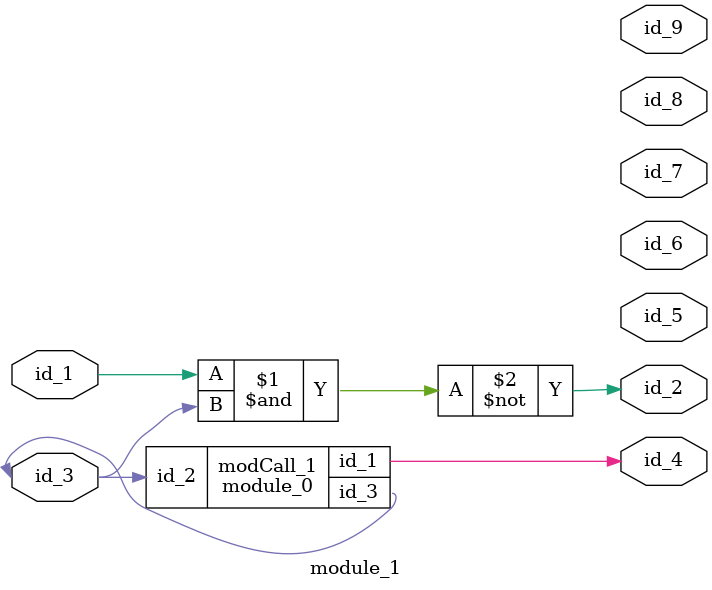
<source format=v>
module module_0 (
    id_1,
    id_2,
    id_3
);
  inout wire id_3;
  input wire id_2;
  output wire id_1;
  assign id_3 = id_2;
  wire id_4;
endmodule
module module_1 (
    id_1,
    id_2,
    id_3,
    id_4,
    id_5,
    id_6,
    id_7,
    id_8,
    id_9
);
  output wire id_9;
  module_0 modCall_1 (
      id_4,
      id_3,
      id_3
  );
  output wire id_8;
  output wire id_7;
  output wire id_6;
  output wire id_5;
  output wire id_4;
  inout wire id_3;
  output wire id_2;
  nand primCall (id_2, id_1, id_3);
  input wire id_1;
endmodule

</source>
